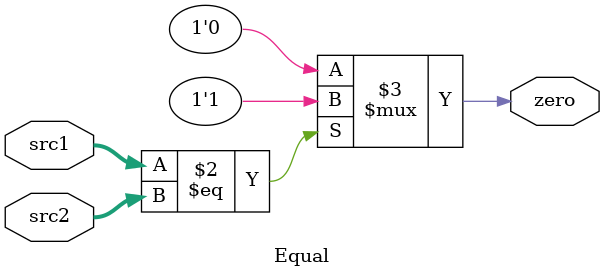
<source format=v>
`timescale 1ns/1ps

module Equal(
    input        [32-1:0]   src1,          // 32 bits source 1          (input)
    input        [32-1:0]   src2,          // 32 bits source 2          (input)
    output reg              zero           // 1 bit when the output is 0, zero must be set (output)
);


/* Write your code HERE */
always @(*) begin
    zero = (src1 == src2) ? 1'b1 : 1'b0;
end

endmodule

</source>
